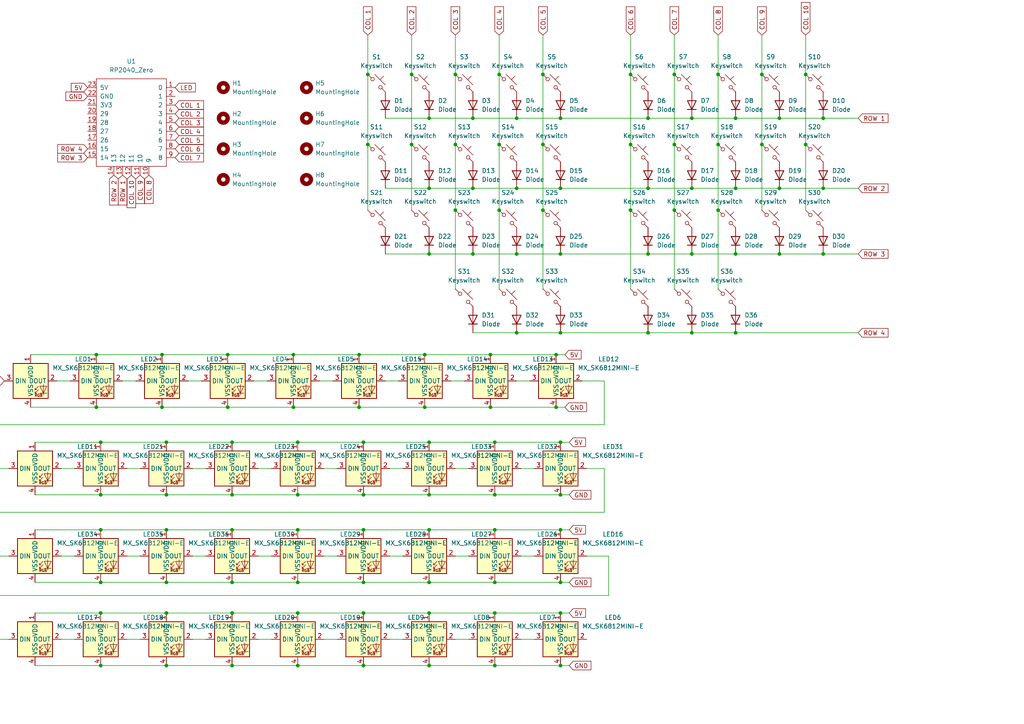
<source format=kicad_sch>
(kicad_sch (version 20231120) (generator "eeschema") (generator_version "8.0")
  (paper "A4")
  (junction (at 149.86 54.61))
  (junction (at 161.29 102.87))
  (junction (at 162.56 177.8))
  (junction (at 142.24 102.87))
  (junction (at 46.99 102.87))
  (junction (at 162.56 73.66))
  (junction (at 157.48 60.96))
  (junction (at 67.31 193.04))
  (junction (at 208.28 21.59))
  (junction (at 124.46 143.51))
  (junction (at 182.88 21.59))
  (junction (at 213.36 96.52))
  (junction (at 233.68 21.59))
  (junction (at 182.88 60.96))
  (junction (at 238.76 34.29))
  (junction (at 48.26 193.04))
  (junction (at 123.19 102.87))
  (junction (at 119.38 41.91))
  (junction (at 144.78 41.91))
  (junction (at 149.86 73.66))
  (junction (at 124.46 193.04))
  (junction (at 67.31 177.8))
  (junction (at 157.48 21.59))
  (junction (at 67.31 128.27))
  (junction (at 48.26 177.8))
  (junction (at 200.66 34.29))
  (junction (at 149.86 34.29))
  (junction (at 67.31 168.91))
  (junction (at 86.36 143.51))
  (junction (at 162.56 54.61))
  (junction (at 124.46 177.8))
  (junction (at 124.46 128.27))
  (junction (at 238.76 54.61))
  (junction (at 124.46 54.61))
  (junction (at 137.16 34.29))
  (junction (at 208.28 41.91))
  (junction (at 162.56 128.27))
  (junction (at 132.08 21.59))
  (junction (at 144.78 21.59))
  (junction (at 124.46 168.91))
  (junction (at 162.56 193.04))
  (junction (at 162.56 34.29))
  (junction (at 105.41 177.8))
  (junction (at 238.76 73.66))
  (junction (at 226.06 73.66))
  (junction (at 29.21 168.91))
  (junction (at 195.58 21.59))
  (junction (at 48.26 153.67))
  (junction (at 66.04 118.11))
  (junction (at 29.21 143.51))
  (junction (at 132.08 41.91))
  (junction (at 86.36 128.27))
  (junction (at 124.46 34.29))
  (junction (at 187.96 34.29))
  (junction (at 124.46 73.66))
  (junction (at 123.19 118.11))
  (junction (at 220.98 21.59))
  (junction (at 137.16 73.66))
  (junction (at 106.68 41.91))
  (junction (at 233.68 41.91))
  (junction (at 208.28 60.96))
  (junction (at 143.51 153.67))
  (junction (at 200.66 73.66))
  (junction (at 213.36 54.61))
  (junction (at 226.06 54.61))
  (junction (at 143.51 143.51))
  (junction (at 187.96 54.61))
  (junction (at 213.36 34.29))
  (junction (at 86.36 177.8))
  (junction (at 105.41 193.04))
  (junction (at 67.31 153.67))
  (junction (at 220.98 41.91))
  (junction (at 200.66 54.61))
  (junction (at 86.36 193.04))
  (junction (at 143.51 168.91))
  (junction (at 27.94 118.11))
  (junction (at 143.51 177.8))
  (junction (at 48.26 143.51))
  (junction (at 29.21 177.8))
  (junction (at 105.41 153.67))
  (junction (at 187.96 73.66))
  (junction (at 48.26 128.27))
  (junction (at 143.51 128.27))
  (junction (at 46.99 118.11))
  (junction (at 182.88 41.91))
  (junction (at 162.56 168.91))
  (junction (at 137.16 54.61))
  (junction (at 124.46 153.67))
  (junction (at 48.26 168.91))
  (junction (at 226.06 34.29))
  (junction (at 195.58 60.96))
  (junction (at 86.36 168.91))
  (junction (at 213.36 73.66))
  (junction (at 144.78 60.96))
  (junction (at 119.38 21.59))
  (junction (at 86.36 153.67))
  (junction (at 187.96 96.52))
  (junction (at 104.14 102.87))
  (junction (at 29.21 153.67))
  (junction (at 67.31 143.51))
  (junction (at 162.56 143.51))
  (junction (at 195.58 41.91))
  (junction (at 29.21 128.27))
  (junction (at 106.68 21.59))
  (junction (at 85.09 102.87))
  (junction (at 85.09 118.11))
  (junction (at 149.86 96.52))
  (junction (at 105.41 168.91))
  (junction (at 66.04 102.87))
  (junction (at 29.21 193.04))
  (junction (at 162.56 96.52))
  (junction (at 105.41 143.51))
  (junction (at 157.48 41.91))
  (junction (at 143.51 193.04))
  (junction (at 200.66 96.52))
  (junction (at 105.41 128.27))
  (junction (at 161.29 118.11))
  (junction (at 132.08 60.96))
  (junction (at 104.14 118.11))
  (junction (at 27.94 102.87))
  (junction (at 162.56 153.67))
  (junction (at 142.24 118.11))
  (wire (pts (xy 106.68 41.91) (xy 106.68 60.96)))
  (wire (pts (xy 36.83 161.29) (xy 40.64 161.29)))
  (wire (pts (xy 157.48 41.91) (xy 157.48 60.96)))
  (wire (pts (xy 17.78 135.89) (xy 21.59 135.89)))
  (wire (pts (xy 55.88 185.42) (xy 59.69 185.42)))
  (wire (pts (xy 144.78 41.91) (xy 144.78 60.96)))
  (wire (pts (xy 187.96 95.25) (xy 187.96 96.52)))
  (wire (pts (xy 105.41 193.04) (xy 124.46 193.04)))
  (wire (pts (xy 10.16 128.27) (xy 29.21 128.27)))
  (wire (pts (xy 105.41 153.67) (xy 124.46 153.67)))
  (wire (pts (xy -1.27 123.19) (xy -1.27 135.89)))
  (wire (pts (xy 151.13 161.29) (xy 154.94 161.29)))
  (wire (pts (xy 233.68 21.59) (xy 233.68 41.91)))
  (wire (pts (xy 182.88 21.59) (xy 182.88 41.91)))
  (wire (pts (xy 162.56 96.52) (xy 187.96 96.52)))
  (wire (pts (xy 86.36 177.8) (xy 105.41 177.8)))
  (wire (pts (xy 35.56 110.49) (xy 39.37 110.49)))
  (wire (pts (xy 48.26 128.27) (xy 67.31 128.27)))
  (wire (pts (xy 162.56 168.91) (xy 165.1 168.91)))
  (wire (pts (xy 195.58 41.91) (xy 195.58 60.96)))
  (wire (pts (xy 124.46 143.51) (xy 143.51 143.51)))
  (wire (pts (xy 213.36 73.66) (xy 226.06 73.66)))
  (wire (pts (xy 17.78 161.29) (xy 21.59 161.29)))
  (wire (pts (xy 10.16 168.91) (xy 29.21 168.91)))
  (wire (pts (xy 162.56 34.29) (xy 187.96 34.29)))
  (wire (pts (xy 16.51 110.49) (xy 20.32 110.49)))
  (wire (pts (xy 119.38 41.91) (xy 119.38 60.96)))
  (wire (pts (xy 220.98 21.59) (xy 220.98 41.91)))
  (wire (pts (xy 93.98 135.89) (xy 97.79 135.89)))
  (wire (pts (xy 175.26 110.49) (xy 175.26 123.19)))
  (wire (pts (xy 187.96 96.52) (xy 200.66 96.52)))
  (wire (pts (xy 66.04 118.11) (xy 85.09 118.11)))
  (wire (pts (xy 48.26 153.67) (xy 67.31 153.67)))
  (wire (pts (xy 113.03 185.42) (xy 116.84 185.42)))
  (wire (pts (xy 105.41 128.27) (xy 124.46 128.27)))
  (wire (pts (xy 187.96 73.66) (xy 200.66 73.66)))
  (wire (pts (xy 111.76 34.29) (xy 124.46 34.29)))
  (wire (pts (xy 86.36 143.51) (xy 105.41 143.51)))
  (wire (pts (xy 132.08 185.42) (xy 135.89 185.42)))
  (wire (pts (xy 86.36 193.04) (xy 105.41 193.04)))
  (wire (pts (xy 74.93 161.29) (xy 78.74 161.29)))
  (wire (pts (xy 29.21 143.51) (xy 48.26 143.51)))
  (wire (pts (xy 48.26 143.51) (xy 67.31 143.51)))
  (wire (pts (xy 162.56 143.51) (xy 165.1 143.51)))
  (wire (pts (xy 175.26 135.89) (xy 175.26 148.59)))
  (wire (pts (xy 137.16 34.29) (xy 149.86 34.29)))
  (wire (pts (xy 93.98 161.29) (xy 97.79 161.29)))
  (wire (pts (xy 55.88 135.89) (xy 59.69 135.89)))
  (wire (pts (xy 142.24 118.11) (xy 161.29 118.11)))
  (wire (pts (xy 175.26 110.49) (xy 168.91 110.49)))
  (wire (pts (xy 195.58 60.96) (xy 195.58 83.82)))
  (wire (pts (xy 8.89 102.87) (xy 27.94 102.87)))
  (wire (pts (xy 123.19 118.11) (xy 142.24 118.11)))
  (wire (pts (xy 36.83 135.89) (xy 40.64 135.89)))
  (wire (pts (xy 55.88 161.29) (xy 59.69 161.29)))
  (wire (pts (xy 74.93 135.89) (xy 78.74 135.89)))
  (wire (pts (xy 176.53 161.29) (xy 176.53 172.72)))
  (wire (pts (xy 85.09 102.87) (xy 104.14 102.87)))
  (wire (pts (xy 104.14 102.87) (xy 123.19 102.87)))
  (wire (pts (xy 46.99 118.11) (xy 66.04 118.11)))
  (wire (pts (xy 36.83 185.42) (xy 40.64 185.42)))
  (wire (pts (xy 238.76 73.66) (xy 248.92 73.66)))
  (wire (pts (xy 67.31 153.67) (xy 86.36 153.67)))
  (wire (pts (xy 132.08 21.59) (xy 132.08 41.91)))
  (wire (pts (xy 132.08 41.91) (xy 132.08 60.96)))
  (wire (pts (xy 124.46 177.8) (xy 143.51 177.8)))
  (wire (pts (xy 124.46 193.04) (xy 143.51 193.04)))
  (wire (pts (xy 106.68 10.16) (xy 106.68 21.59)))
  (wire (pts (xy 238.76 54.61) (xy 248.92 54.61)))
  (wire (pts (xy 162.56 54.61) (xy 187.96 54.61)))
  (wire (pts (xy 93.98 185.42) (xy 97.79 185.42)))
  (wire (pts (xy 29.21 193.04) (xy 48.26 193.04)))
  (wire (pts (xy 74.93 185.42) (xy 78.74 185.42)))
  (wire (pts (xy -1.27 148.59) (xy -1.27 161.29)))
  (wire (pts (xy 208.28 10.16) (xy 208.28 21.59)))
  (wire (pts (xy 29.21 128.27) (xy 48.26 128.27)))
  (wire (pts (xy 67.31 168.91) (xy 86.36 168.91)))
  (wire (pts (xy 195.58 10.16) (xy 195.58 21.59)))
  (wire (pts (xy 123.19 102.87) (xy 142.24 102.87)))
  (wire (pts (xy 213.36 34.29) (xy 226.06 34.29)))
  (wire (pts (xy 161.29 118.11) (xy 163.83 118.11)))
  (wire (pts (xy 182.88 60.96) (xy 182.88 83.82)))
  (wire (pts (xy 200.66 96.52) (xy 213.36 96.52)))
  (wire (pts (xy 137.16 54.61) (xy 149.86 54.61)))
  (wire (pts (xy 143.51 153.67) (xy 162.56 153.67)))
  (wire (pts (xy 124.46 153.67) (xy 143.51 153.67)))
  (wire (pts (xy 67.31 177.8) (xy 86.36 177.8)))
  (wire (pts (xy 10.16 153.67) (xy 29.21 153.67)))
  (wire (pts (xy 67.31 128.27) (xy 86.36 128.27)))
  (wire (pts (xy 233.68 10.16) (xy 233.68 21.59)))
  (wire (pts (xy 104.14 118.11) (xy 123.19 118.11)))
  (wire (pts (xy 124.46 34.29) (xy 137.16 34.29)))
  (wire (pts (xy 176.53 172.72) (xy -1.27 172.72)))
  (wire (pts (xy 86.36 128.27) (xy 105.41 128.27)))
  (wire (pts (xy 238.76 34.29) (xy 248.92 34.29)))
  (wire (pts (xy 132.08 135.89) (xy 135.89 135.89)))
  (wire (pts (xy 111.76 110.49) (xy 115.57 110.49)))
  (wire (pts (xy 213.36 54.61) (xy 226.06 54.61)))
  (wire (pts (xy 124.46 128.27) (xy 143.51 128.27)))
  (wire (pts (xy 226.06 73.66) (xy 238.76 73.66)))
  (wire (pts (xy 170.18 135.89) (xy 175.26 135.89)))
  (wire (pts (xy 170.18 161.29) (xy 176.53 161.29)))
  (wire (pts (xy 54.61 110.49) (xy 58.42 110.49)))
  (wire (pts (xy 157.48 60.96) (xy 157.48 83.82)))
  (wire (pts (xy 200.66 54.61) (xy 213.36 54.61)))
  (wire (pts (xy 10.16 177.8) (xy 29.21 177.8)))
  (wire (pts (xy 175.26 148.59) (xy -1.27 148.59)))
  (wire (pts (xy 200.66 73.66) (xy 213.36 73.66)))
  (wire (pts (xy 149.86 54.61) (xy 162.56 54.61)))
  (wire (pts (xy 105.41 177.8) (xy 124.46 177.8)))
  (wire (pts (xy 119.38 21.59) (xy 119.38 41.91)))
  (wire (pts (xy 85.09 118.11) (xy 104.14 118.11)))
  (wire (pts (xy 226.06 34.29) (xy 238.76 34.29)))
  (wire (pts (xy 8.89 118.11) (xy 27.94 118.11)))
  (wire (pts (xy 187.96 54.61) (xy 200.66 54.61)))
  (wire (pts (xy 124.46 54.61) (xy 137.16 54.61)))
  (wire (pts (xy 175.26 123.19) (xy -1.27 123.19)))
  (wire (pts (xy 48.26 193.04) (xy 67.31 193.04)))
  (wire (pts (xy 124.46 168.91) (xy 143.51 168.91)))
  (wire (pts (xy 124.46 73.66) (xy 137.16 73.66)))
  (wire (pts (xy 162.56 73.66) (xy 187.96 73.66)))
  (wire (pts (xy 113.03 135.89) (xy 116.84 135.89)))
  (wire (pts (xy 195.58 21.59) (xy 195.58 41.91)))
  (wire (pts (xy 106.68 21.59) (xy 106.68 41.91)))
  (wire (pts (xy 182.88 41.91) (xy 182.88 60.96)))
  (wire (pts (xy 187.96 34.29) (xy 200.66 34.29)))
  (wire (pts (xy 143.51 193.04) (xy 162.56 193.04)))
  (wire (pts (xy 220.98 10.16) (xy 220.98 21.59)))
  (wire (pts (xy 29.21 153.67) (xy 48.26 153.67)))
  (wire (pts (xy 111.76 73.66) (xy 124.46 73.66)))
  (wire (pts (xy 10.16 143.51) (xy 29.21 143.51)))
  (wire (pts (xy 105.41 143.51) (xy 124.46 143.51)))
  (wire (pts (xy 143.51 177.8) (xy 162.56 177.8)))
  (wire (pts (xy -1.27 161.29) (xy 2.54 161.29)))
  (wire (pts (xy 157.48 21.59) (xy 157.48 41.91)))
  (wire (pts (xy 162.56 153.67) (xy 165.1 153.67)))
  (wire (pts (xy 143.51 143.51) (xy 162.56 143.51)))
  (wire (pts (xy 149.86 73.66) (xy 162.56 73.66)))
  (wire (pts (xy -1.27 172.72) (xy -1.27 185.42)))
  (wire (pts (xy 151.13 135.89) (xy 154.94 135.89)))
  (wire (pts (xy 151.13 185.42) (xy 154.94 185.42)))
  (wire (pts (xy 111.76 54.61) (xy 124.46 54.61)))
  (wire (pts (xy 162.56 167.64) (xy 162.56 168.91)))
  (wire (pts (xy 162.56 177.8) (xy 165.1 177.8)))
  (wire (pts (xy 144.78 10.16) (xy 144.78 21.59)))
  (wire (pts (xy 137.16 96.52) (xy 149.86 96.52)))
  (wire (pts (xy 182.88 10.16) (xy 182.88 21.59)))
  (wire (pts (xy 132.08 161.29) (xy 135.89 161.29)))
  (wire (pts (xy 67.31 193.04) (xy 86.36 193.04)))
  (wire (pts (xy 144.78 60.96) (xy 144.78 83.82)))
  (wire (pts (xy 46.99 102.87) (xy 66.04 102.87)))
  (wire (pts (xy -1.27 185.42) (xy 2.54 185.42)))
  (wire (pts (xy 208.28 60.96) (xy 208.28 83.82)))
  (wire (pts (xy 66.04 102.87) (xy 85.09 102.87)))
  (wire (pts (xy 208.28 21.59) (xy 208.28 41.91)))
  (wire (pts (xy 144.78 21.59) (xy 144.78 41.91)))
  (wire (pts (xy 143.51 128.27) (xy 162.56 128.27)))
  (wire (pts (xy 161.29 102.87) (xy 163.83 102.87)))
  (wire (pts (xy 29.21 168.91) (xy 48.26 168.91)))
  (wire (pts (xy 105.41 168.91) (xy 124.46 168.91)))
  (wire (pts (xy 67.31 143.51) (xy 86.36 143.51)))
  (wire (pts (xy 233.68 41.91) (xy 233.68 60.96)))
  (wire (pts (xy 208.28 41.91) (xy 208.28 60.96)))
  (wire (pts (xy 86.36 153.67) (xy 105.41 153.67)))
  (wire (pts (xy 226.06 54.61) (xy 238.76 54.61)))
  (wire (pts (xy 162.56 193.04) (xy 165.1 193.04)))
  (wire (pts (xy 132.08 60.96) (xy 132.08 83.82)))
  (wire (pts (xy 149.86 34.29) (xy 162.56 34.29)))
  (wire (pts (xy 200.66 34.29) (xy 213.36 34.29)))
  (wire (pts (xy 143.51 168.91) (xy 162.56 168.91)))
  (wire (pts (xy 162.56 128.27) (xy 165.1 128.27)))
  (wire (pts (xy 27.94 102.87) (xy 46.99 102.87)))
  (wire (pts (xy -1.27 135.89) (xy 2.54 135.89)))
  (wire (pts (xy 149.86 96.52) (xy 162.56 96.52)))
  (wire (pts (xy 132.08 10.16) (xy 132.08 21.59)))
  (wire (pts (xy 73.66 110.49) (xy 77.47 110.49)))
  (wire (pts (xy 113.03 161.29) (xy 116.84 161.29)))
  (wire (pts (xy 220.98 41.91) (xy 220.98 60.96)))
  (wire (pts (xy 157.48 10.16) (xy 157.48 21.59)))
  (wire (pts (xy 48.26 177.8) (xy 67.31 177.8)))
  (wire (pts (xy 27.94 118.11) (xy 46.99 118.11)))
  (wire (pts (xy 119.38 10.16) (xy 119.38 21.59)))
  (wire (pts (xy 48.26 168.91) (xy 67.31 168.91)))
  (wire (pts (xy 86.36 168.91) (xy 105.41 168.91)))
  (wire (pts (xy 17.78 185.42) (xy 21.59 185.42)))
  (wire (pts (xy 10.16 193.04) (xy 29.21 193.04)))
  (wire (pts (xy 29.21 177.8) (xy 48.26 177.8)))
  (wire (pts (xy 149.86 110.49) (xy 153.67 110.49)))
  (wire (pts (xy 92.71 110.49) (xy 96.52 110.49)))
  (wire (pts (xy 137.16 73.66) (xy 149.86 73.66)))
  (wire (pts (xy 142.24 102.87) (xy 161.29 102.87)))
  (wire (pts (xy 130.81 110.49) (xy 134.62 110.49)))
  (wire (pts (xy 213.36 96.52) (xy 248.92 96.52)))
  (global_label "ROW 1" (shape input) (at 248.92 34.29 0) (property "Intersheetrefs" "${INTERSHEET_REFS}" (effects (hide yes))))
  (global_label "COL 10" (shape input) (at 233.68 10.16 90) (property "Intersheetrefs" "${INTERSHEET_REFS}" (effects (hide yes))))
  (global_label "GND" (shape input) (at 165.1 168.91 0) (property "Intersheetrefs" "${INTERSHEET_REFS}" (effects (hide yes))))
  (global_label "5V" (shape input) (at 165.1 177.8 0) (property "Intersheetrefs" "${INTERSHEET_REFS}" (effects (hide yes))))
  (global_label "GND" (shape input) (at 165.1 143.51 0) (property "Intersheetrefs" "${INTERSHEET_REFS}" (effects (hide yes))))
  (global_label "5V" (shape input) (at 165.1 128.27 0) (property "Intersheetrefs" "${INTERSHEET_REFS}" (effects (hide yes))))
  (global_label "COL 6" (shape input) (at 182.88 10.16 90) (property "Intersheetrefs" "${INTERSHEET_REFS}" (effects (hide yes))))
  (global_label "ROW 2" (shape input) (at 33.02 50.8 270) (property "Intersheetrefs" "${INTERSHEET_REFS}" (effects (hide yes))))
  (global_label "LED" (shape input) (at 50.8 25.4 0) (property "Intersheetrefs" "${INTERSHEET_REFS}" (effects (hide yes))))
  (global_label "ROW 4" (shape input) (at 248.92 96.52 0) (property "Intersheetrefs" "${INTERSHEET_REFS}" (effects (hide yes))))
  (global_label "COL 7" (shape input) (at 50.8 45.72 0) (property "Intersheetrefs" "${INTERSHEET_REFS}" (effects (hide yes))))
  (global_label "5V" (shape input) (at 163.83 102.87 0) (property "Intersheetrefs" "${INTERSHEET_REFS}" (effects (hide yes))))
  (global_label "GND" (shape input) (at 25.4 27.94 180) (property "Intersheetrefs" "${INTERSHEET_REFS}" (effects (hide yes))))
  (global_label "COL 6" (shape input) (at 50.8 43.18 0) (property "Intersheetrefs" "${INTERSHEET_REFS}" (effects (hide yes))))
  (global_label "COL 3" (shape input) (at 132.08 10.16 90) (property "Intersheetrefs" "${INTERSHEET_REFS}" (effects (hide yes))))
  (global_label "COL 1" (shape input) (at 50.8 30.48 0) (property "Intersheetrefs" "${INTERSHEET_REFS}" (effects (hide yes))))
  (global_label "COL 5" (shape input) (at 157.48 10.16 90) (property "Intersheetrefs" "${INTERSHEET_REFS}" (effects (hide yes))))
  (global_label "ROW 4" (shape input) (at 25.4 43.18 180) (property "Intersheetrefs" "${INTERSHEET_REFS}" (effects (hide yes))))
  (global_label "COL 1" (shape input) (at 106.68 10.16 90) (property "Intersheetrefs" "${INTERSHEET_REFS}" (effects (hide yes))))
  (global_label "COL 8" (shape input) (at 208.28 10.16 90) (property "Intersheetrefs" "${INTERSHEET_REFS}" (effects (hide yes))))
  (global_label "ROW 1" (shape input) (at 35.56 50.8 270) (property "Intersheetrefs" "${INTERSHEET_REFS}" (effects (hide yes))))
  (global_label "COL 8" (shape input) (at 43.18 50.8 270) (property "Intersheetrefs" "${INTERSHEET_REFS}" (effects (hide yes))))
  (global_label "GND" (shape input) (at 165.1 193.04 0) (property "Intersheetrefs" "${INTERSHEET_REFS}" (effects (hide yes))))
  (global_label "5V" (shape input) (at 165.1 153.67 0) (property "Intersheetrefs" "${INTERSHEET_REFS}" (effects (hide yes))))
  (global_label "COL 10" (shape input) (at 38.1 50.8 270) (property "Intersheetrefs" "${INTERSHEET_REFS}" (effects (hide yes))))
  (global_label "ROW 3" (shape input) (at 248.92 73.66 0) (property "Intersheetrefs" "${INTERSHEET_REFS}" (effects (hide yes))))
  (global_label "COL 3" (shape input) (at 50.8 35.56 0) (property "Intersheetrefs" "${INTERSHEET_REFS}" (effects (hide yes))))
  (global_label "COL 9" (shape input) (at 220.98 10.16 90) (property "Intersheetrefs" "${INTERSHEET_REFS}" (effects (hide yes))))
  (global_label "COL 5" (shape input) (at 50.8 40.64 0) (property "Intersheetrefs" "${INTERSHEET_REFS}" (effects (hide yes))))
  (global_label "5V" (shape input) (at 25.4 25.4 180) (property "Intersheetrefs" "${INTERSHEET_REFS}" (effects (hide yes))))
  (global_label "COL 7" (shape input) (at 195.58 10.16 90) (property "Intersheetrefs" "${INTERSHEET_REFS}" (effects (hide yes))))
  (global_label "COL 2" (shape input) (at 50.8 33.02 0) (property "Intersheetrefs" "${INTERSHEET_REFS}" (effects (hide yes))))
  (global_label "LED" (shape input) (at 1.27 110.49 180) (property "Intersheetrefs" "${INTERSHEET_REFS}" (effects (hide yes))))
  (global_label "ROW 3" (shape input) (at 25.4 45.72 180) (property "Intersheetrefs" "${INTERSHEET_REFS}" (effects (hide yes))))
  (global_label "GND" (shape input) (at 163.83 118.11 0) (property "Intersheetrefs" "${INTERSHEET_REFS}" (effects (hide yes))))
  (global_label "ROW 2" (shape input) (at 248.92 54.61 0) (property "Intersheetrefs" "${INTERSHEET_REFS}" (effects (hide yes))))
  (global_label "COL 4" (shape input) (at 144.78 10.16 90) (property "Intersheetrefs" "${INTERSHEET_REFS}" (effects (hide yes))))
  (global_label "COL 4" (shape input) (at 50.8 38.1 0) (property "Intersheetrefs" "${INTERSHEET_REFS}" (effects (hide yes))))
  (global_label "COL 9" (shape input) (at 40.64 50.8 270) (property "Intersheetrefs" "${INTERSHEET_REFS}" (effects (hide yes))))
  (global_label "COL 2" (shape input) (at 119.38 10.16 90) (property "Intersheetrefs" "${INTERSHEET_REFS}" (effects (hide yes))))
  (symbol (lib_id "PCM_marbastlib-mx:MX_SK6812MINI-E") (at 124.46 161.29 0) (unit 1)
    (property "Reference" "LED27" (at 139.7 154.9714 0))
    (property "Value" "MX_SK6812MINI-E" (at 139.7 157.5114 0))
    (property "Footprint" "PCM_marbastlib-mx:LED_MX_6028R" (effects (hide yes)))
    (property "Description" "Reverse mount adressable LED (WS2812 protocol)" (effects (hide yes)))
  )
  (symbol (lib_id "ScottoKeebs:Placeholder_Keyswitch") (at 121.92 24.13 0) (unit 1)
    (property "Reference" "S2" (at 121.92 16.51 0))
    (property "Value" "Keyswitch" (at 121.92 19.05 0))
    (property "Footprint" "PCM_marbastlib-mx:SW_MX_HS_CPG151101S11_1u" (effects (hide yes)))
  )
  (symbol (lib_id "PCM_marbastlib-mx:MX_SK6812MINI-E") (at 124.46 135.89 0) (unit 1)
    (property "Reference" "LED33" (at 139.7 129.5714 0))
    (property "Value" "MX_SK6812MINI-E" (at 139.7 132.1114 0))
    (property "Footprint" "PCM_marbastlib-mx:LED_MX_6028R" (effects (hide yes)))
    (property "Description" "Reverse mount adressable LED (WS2812 protocol)" (effects (hide yes)))
  )
  (symbol (lib_id "ScottoKeebs:Placeholder_Diode") (at 187.96 30.48 90) (unit 1)
    (property "Reference" "D6" (at 190.5 29.21 90) (effects (justify right)))
    (property "Value" "Diode" (at 190.5 31.75 90) (effects (justify right)))
    (property "Footprint" "ScottoKeebs_Components:Diode_SOD-123" (effects (hide yes)))
    (property "Sim.Device" "D" (effects (hide yes)))
    (property "Sim.Pins" "1=K 2=A" (effects (hide yes)))
  )
  (symbol (lib_id "ScottoKeebs:Placeholder_Diode") (at 200.66 92.71 90) (unit 1)
    (property "Reference" "D35" (at 203.2 91.44 90) (effects (justify right)))
    (property "Value" "Diode" (at 203.2 93.98 90) (effects (justify right)))
    (property "Footprint" "ScottoKeebs_Components:Diode_SOD-123" (effects (hide yes)))
    (property "Sim.Device" "D" (effects (hide yes)))
    (property "Sim.Pins" "1=K 2=A" (effects (hide yes)))
  )
  (symbol (lib_id "ScottoKeebs:Placeholder_Diode") (at 200.66 50.8 90) (unit 1)
    (property "Reference" "D17" (at 203.2 49.53 90) (effects (justify right)))
    (property "Value" "Diode" (at 203.2 52.07 90) (effects (justify right)))
    (property "Footprint" "ScottoKeebs_Components:Diode_SOD-123" (effects (hide yes)))
    (property "Sim.Device" "D" (effects (hide yes)))
    (property "Sim.Pins" "1=K 2=A" (effects (hide yes)))
  )
  (symbol (lib_id "PCM_marbastlib-mx:MX_SK6812MINI-E") (at 143.51 185.42 0) (unit 1)
    (property "Reference" "LED7" (at 158.75 179.1014 0))
    (property "Value" "MX_SK6812MINI-E" (at 158.75 181.6414 0))
    (property "Footprint" "PCM_marbastlib-mx:LED_MX_6028R" (effects (hide yes)))
    (property "Description" "Reverse mount adressable LED (WS2812 protocol)" (effects (hide yes)))
  )
  (symbol (lib_id "PCM_marbastlib-mx:MX_SK6812MINI-E") (at 124.46 185.42 0) (unit 1)
    (property "Reference" "LED8" (at 139.7 179.1014 0))
    (property "Value" "MX_SK6812MINI-E" (at 139.7 181.6414 0))
    (property "Footprint" "PCM_marbastlib-mx:LED_MX_6028R" (effects (hide yes)))
    (property "Description" "Reverse mount adressable LED (WS2812 protocol)" (effects (hide yes)))
  )
  (symbol (lib_id "Mechanical:MountingHole") (at 88.9 34.29 0) (unit 1)
    (property "Reference" "H6" (at 91.44 33.02 0) (effects (justify left)))
    (property "Value" "MountingHole" (at 91.44 35.56 0) (effects (justify left)))
    (property "Footprint" "MountingHole:MountingHole_2.2mm_M2" (effects (hide yes)))
  )
  (symbol (lib_id "ScottoKeebs:Placeholder_Diode") (at 124.46 30.48 90) (unit 1)
    (property "Reference" "D2" (at 127 29.21 90) (effects (justify right)))
    (property "Value" "Diode" (at 127 31.75 90) (effects (justify right)))
    (property "Footprint" "ScottoKeebs_Components:Diode_SOD-123" (effects (hide yes)))
    (property "Sim.Device" "D" (effects (hide yes)))
    (property "Sim.Pins" "1=K 2=A" (effects (hide yes)))
  )
  (symbol (lib_id "PCM_marbastlib-mx:MX_SK6812MINI-E") (at 66.04 110.49 0) (unit 1)
    (property "Reference" "LED4" (at 81.28 104.1714 0))
    (property "Value" "MX_SK6812MINI-E" (at 81.28 106.7114 0))
    (property "Footprint" "PCM_marbastlib-mx:LED_MX_6028R" (effects (hide yes)))
    (property "Description" "Reverse mount adressable LED (WS2812 protocol)" (effects (hide yes)))
  )
  (symbol (lib_id "PCM_marbastlib-mx:MX_SK6812MINI-E") (at 123.19 110.49 0) (unit 1)
    (property "Reference" "LED14" (at 138.43 104.1714 0))
    (property "Value" "MX_SK6812MINI-E" (at 138.43 106.7114 0))
    (property "Footprint" "PCM_marbastlib-mx:LED_MX_6028R" (effects (hide yes)))
    (property "Description" "Reverse mount adressable LED (WS2812 protocol)" (effects (hide yes)))
  )
  (symbol (lib_id "ScottoKeebs:Placeholder_Keyswitch") (at 160.02 44.45 0) (unit 1)
    (property "Reference" "S15" (at 160.02 36.83 0))
    (property "Value" "Keyswitch" (at 160.02 39.37 0))
    (property "Footprint" "PCM_marbastlib-mx:SW_MX_HS_CPG151101S11_1u" (effects (hide yes)))
  )
  (symbol (lib_id "ScottoKeebs:Placeholder_Keyswitch") (at 185.42 86.36 0) (unit 1)
    (property "Reference" "S34" (at 185.42 78.74 0))
    (property "Value" "Keyswitch" (at 185.42 81.28 0))
    (property "Footprint" "PCM_marbastlib-mx:SW_MX_HS_CPG151101S11_1u" (effects (hide yes)))
  )
  (symbol (lib_id "ScottoKeebs:Placeholder_Diode") (at 238.76 69.85 90) (unit 1)
    (property "Reference" "D30" (at 241.3 68.58 90) (effects (justify right)))
    (property "Value" "Diode" (at 241.3 71.12 90) (effects (justify right)))
    (property "Footprint" "ScottoKeebs_Components:Diode_SOD-123" (effects (hide yes)))
    (property "Sim.Device" "D" (effects (hide yes)))
    (property "Sim.Pins" "1=K 2=A" (effects (hide yes)))
  )
  (symbol (lib_id "PCM_marbastlib-mx:MX_SK6812MINI-E") (at 162.56 161.29 0) (unit 1)
    (property "Reference" "LED16" (at 177.8 154.9714 0))
    (property "Value" "MX_SK6812MINI-E" (at 177.8 157.5114 0))
    (property "Footprint" "PCM_marbastlib-mx:LED_MX_6028R" (effects (hide yes)))
    (property "Description" "Reverse mount adressable LED (WS2812 protocol)" (effects (hide yes)))
  )
  (symbol (lib_id "ScottoKeebs:Placeholder_Keyswitch") (at 121.92 44.45 0) (unit 1)
    (property "Reference" "S12" (at 121.92 36.83 0))
    (property "Value" "Keyswitch" (at 121.92 39.37 0))
    (property "Footprint" "PCM_marbastlib-mx:SW_MX_HS_CPG151101S11_1u" (effects (hide yes)))
  )
  (symbol (lib_id "ScottoKeebs:Placeholder_Keyswitch") (at 210.82 44.45 0) (unit 1)
    (property "Reference" "S18" (at 210.82 36.83 0))
    (property "Value" "Keyswitch" (at 210.82 39.37 0))
    (property "Footprint" "PCM_marbastlib-mx:SW_MX_HS_CPG151101S11_1u" (effects (hide yes)))
  )
  (symbol (lib_id "ScottoKeebs:Placeholder_Keyswitch") (at 134.62 44.45 0) (unit 1)
    (property "Reference" "S13" (at 134.62 36.83 0))
    (property "Value" "Keyswitch" (at 134.62 39.37 0))
    (property "Footprint" "PCM_marbastlib-mx:SW_MX_HS_CPG151101S11_1u" (effects (hide yes)))
  )
  (symbol (lib_id "ScottoKeebs:Placeholder_Keyswitch") (at 147.32 86.36 0) (unit 1)
    (property "Reference" "S32" (at 147.32 78.74 0))
    (property "Value" "Keyswitch" (at 147.32 81.28 0))
    (property "Footprint" "PCM_marbastlib-mx:SW_MX_HS_CPG151101S11_1u" (effects (hide yes)))
  )
  (symbol (lib_id "ScottoKeebs:Placeholder_Keyswitch") (at 210.82 63.5 0) (unit 1)
    (property "Reference" "S28" (at 210.82 55.88 0))
    (property "Value" "Keyswitch" (at 210.82 58.42 0))
    (property "Footprint" "PCM_marbastlib-mx:SW_MX_HS_CPG151101S11_1u" (effects (hide yes)))
  )
  (symbol (lib_id "PCM_marbastlib-mx:MX_SK6812MINI-E") (at 105.41 135.89 0) (unit 1)
    (property "Reference" "LED25" (at 120.65 129.5714 0))
    (property "Value" "MX_SK6812MINI-E" (at 120.65 132.1114 0))
    (property "Footprint" "PCM_marbastlib-mx:LED_MX_6028R" (effects (hide yes)))
    (property "Description" "Reverse mount adressable LED (WS2812 protocol)" (effects (hide yes)))
  )
  (symbol (lib_id "ScottoKeebs:Placeholder_Keyswitch") (at 198.12 24.13 0) (unit 1)
    (property "Reference" "S7" (at 198.12 16.51 0))
    (property "Value" "Keyswitch" (at 198.12 19.05 0))
    (property "Footprint" "PCM_marbastlib-mx:SW_MX_HS_CPG151101S11_1u" (effects (hide yes)))
  )
  (symbol (lib_id "ScottoKeebs:Placeholder_Keyswitch") (at 160.02 63.5 0) (unit 1)
    (property "Reference" "S25" (at 160.02 55.88 0))
    (property "Value" "Keyswitch" (at 160.02 58.42 0))
    (property "Footprint" "PCM_marbastlib-mx:SW_MX_HS_CPG151101S11_1u" (effects (hide yes)))
  )
  (symbol (lib_id "PCM_marbastlib-mx:MX_SK6812MINI-E") (at 46.99 110.49 0) (unit 1)
    (property "Reference" "LED3" (at 62.23 104.1714 0))
    (property "Value" "MX_SK6812MINI-E" (at 62.23 106.7114 0))
    (property "Footprint" "PCM_marbastlib-mx:LED_MX_6028R" (effects (hide yes)))
    (property "Description" "Reverse mount adressable LED (WS2812 protocol)" (effects (hide yes)))
  )
  (symbol (lib_id "PCM_marbastlib-mx:MX_SK6812MINI-E") (at 67.31 161.29 0) (unit 1)
    (property "Reference" "LED30" (at 82.55 154.9714 0))
    (property "Value" "MX_SK6812MINI-E" (at 82.55 157.5114 0))
    (property "Footprint" "PCM_marbastlib-mx:LED_MX_6028R" (effects (hide yes)))
    (property "Description" "Reverse mount adressable LED (WS2812 protocol)" (effects (hide yes)))
  )
  (symbol (lib_id "PCM_marbastlib-mx:MX_SK6812MINI-E") (at 104.14 110.49 0) (unit 1)
    (property "Reference" "LED15" (at 119.38 104.1714 0))
    (property "Value" "MX_SK6812MINI-E" (at 119.38 106.7114 0))
    (property "Footprint" "PCM_marbastlib-mx:LED_MX_6028R" (effects (hide yes)))
    (property "Description" "Reverse mount adressable LED (WS2812 protocol)" (effects (hide yes)))
  )
  (symbol (lib_id "ScottoKeebs:Placeholder_Diode") (at 162.56 69.85 90) (unit 1)
    (property "Reference" "D25" (at 165.1 68.58 90) (effects (justify right)))
    (property "Value" "Diode" (at 165.1 71.12 90) (effects (justify right)))
    (property "Footprint" "ScottoKeebs_Components:Diode_SOD-123" (effects (hide yes)))
    (property "Sim.Device" "D" (effects (hide yes)))
    (property "Sim.Pins" "1=K 2=A" (effects (hide yes)))
  )
  (symbol (lib_id "Mechanical:MountingHole") (at 64.77 25.4 0) (unit 1)
    (property "Reference" "H1" (at 67.31 24.13 0) (effects (justify left)))
    (property "Value" "MountingHole" (at 67.31 26.67 0) (effects (justify left)))
    (property "Footprint" "MountingHole:MountingHole_2.2mm_M2" (effects (hide yes)))
  )
  (symbol (lib_id "ScottoKeebs:Placeholder_Diode") (at 213.36 92.71 90) (unit 1)
    (property "Reference" "D36" (at 215.9 91.44 90) (effects (justify right)))
    (property "Value" "Diode" (at 215.9 93.98 90) (effects (justify right)))
    (property "Footprint" "ScottoKeebs_Components:Diode_SOD-123" (effects (hide yes)))
    (property "Sim.Device" "D" (effects (hide yes)))
    (property "Sim.Pins" "1=K 2=A" (effects (hide yes)))
  )
  (symbol (lib_id "ScottoKeebs:Placeholder_Diode") (at 238.76 30.48 90) (unit 1)
    (property "Reference" "D10" (at 241.3 29.21 90) (effects (justify right)))
    (property "Value" "Diode" (at 241.3 31.75 90) (effects (justify right)))
    (property "Footprint" "ScottoKeebs_Components:Diode_SOD-123" (effects (hide yes)))
    (property "Sim.Device" "D" (effects (hide yes)))
    (property "Sim.Pins" "1=K 2=A" (effects (hide yes)))
  )
  (symbol (lib_id "PCM_marbastlib-mx:MX_SK6812MINI-E") (at 105.41 161.29 0) (unit 1)
    (property "Reference" "LED28" (at 120.65 154.9714 0))
    (property "Value" "MX_SK6812MINI-E" (at 120.65 157.5114 0))
    (property "Footprint" "PCM_marbastlib-mx:LED_MX_6028R" (effects (hide yes)))
    (property "Description" "Reverse mount adressable LED (WS2812 protocol)" (effects (hide yes)))
  )
  (symbol (lib_id "ScottoKeebs:Placeholder_Diode") (at 137.16 69.85 90) (unit 1)
    (property "Reference" "D23" (at 139.7 68.58 90) (effects (justify right)))
    (property "Value" "Diode" (at 139.7 71.12 90) (effects (justify right)))
    (property "Footprint" "ScottoKeebs_Components:Diode_SOD-123" (effects (hide yes)))
    (property "Sim.Device" "D" (effects (hide yes)))
    (property "Sim.Pins" "1=K 2=A" (effects (hide yes)))
  )
  (symbol (lib_id "ScottoKeebs:Placeholder_Diode") (at 149.86 69.85 90) (unit 1)
    (property "Reference" "D24" (at 152.4 68.58 90) (effects (justify right)))
    (property "Value" "Diode" (at 152.4 71.12 90) (effects (justify right)))
    (property "Footprint" "ScottoKeebs_Components:Diode_SOD-123" (effects (hide yes)))
    (property "Sim.Device" "D" (effects (hide yes)))
    (property "Sim.Pins" "1=K 2=A" (effects (hide yes)))
  )
  (symbol (lib_id "ScottoKeebs:Placeholder_Diode") (at 137.16 92.71 90) (unit 1)
    (property "Reference" "D31" (at 139.7 91.44 90) (effects (justify right)))
    (property "Value" "Diode" (at 139.7 93.98 90) (effects (justify right)))
    (property "Footprint" "ScottoKeebs_Components:Diode_SOD-123" (effects (hide yes)))
    (property "Sim.Device" "D" (effects (hide yes)))
    (property "Sim.Pins" "1=K 2=A" (effects (hide yes)))
  )
  (symbol (lib_id "ScottoKeebs:Placeholder_Diode") (at 111.76 30.48 90) (unit 1)
    (property "Reference" "D1" (at 114.3 29.21 90) (effects (justify right)))
    (property "Value" "Diode" (at 114.3 31.75 90) (effects (justify right)))
    (property "Footprint" "ScottoKeebs_Components:Diode_SOD-123" (effects (hide yes)))
    (property "Sim.Device" "D" (effects (hide yes)))
    (property "Sim.Pins" "1=K 2=A" (effects (hide yes)))
  )
  (symbol (lib_id "ScottoKeebs:Placeholder_Keyswitch") (at 134.62 63.5 0) (unit 1)
    (property "Reference" "S23" (at 134.62 55.88 0))
    (property "Value" "Keyswitch" (at 134.62 58.42 0))
    (property "Footprint" "PCM_marbastlib-mx:SW_MX_HS_CPG151101S11_1u" (effects (hide yes)))
  )
  (symbol (lib_id "ScottoKeebs:Placeholder_Keyswitch") (at 147.32 63.5 0) (unit 1)
    (property "Reference" "S24" (at 147.32 55.88 0))
    (property "Value" "Keyswitch" (at 147.32 58.42 0))
    (property "Footprint" "PCM_marbastlib-mx:SW_MX_HS_CPG151101S11_1u" (effects (hide yes)))
  )
  (symbol (lib_id "ScottoKeebs:Placeholder_Keyswitch") (at 134.62 86.36 0) (unit 1)
    (property "Reference" "S31" (at 134.62 78.74 0))
    (property "Value" "Keyswitch" (at 134.62 81.28 0))
    (property "Footprint" "PCM_marbastlib-mx:SW_MX_HS_CPG151101S11_1u" (effects (hide yes)))
  )
  (symbol (lib_id "PCM_marbastlib-mx:MX_SK6812MINI-E") (at 105.41 185.42 0) (unit 1)
    (property "Reference" "LED9" (at 120.65 179.1014 0))
    (property "Value" "MX_SK6812MINI-E" (at 120.65 181.6414 0))
    (property "Footprint" "PCM_marbastlib-mx:LED_MX_6028R" (effects (hide yes)))
    (property "Description" "Reverse mount adressable LED (WS2812 protocol)" (effects (hide yes)))
  )
  (symbol (lib_id "ScottoKeebs:Placeholder_Diode") (at 200.66 69.85 90) (unit 1)
    (property "Reference" "D27" (at 203.2 68.58 90) (effects (justify right)))
    (property "Value" "Diode" (at 203.2 71.12 90) (effects (justify right)))
    (property "Footprint" "ScottoKeebs_Components:Diode_SOD-123" (effects (hide yes)))
    (property "Sim.Device" "D" (effects (hide yes)))
    (property "Sim.Pins" "1=K 2=A" (effects (hide yes)))
  )
  (symbol (lib_id "PCM_marbastlib-mx:MX_SK6812MINI-E") (at 67.31 135.89 0) (unit 1)
    (property "Reference" "LED23" (at 82.55 129.5714 0))
    (property "Value" "MX_SK6812MINI-E" (at 82.55 132.1114 0))
    (property "Footprint" "PCM_marbastlib-mx:LED_MX_6028R" (effects (hide yes)))
    (property "Description" "Reverse mount adressable LED (WS2812 protocol)" (effects (hide yes)))
  )
  (symbol (lib_id "ScottoKeebs:Placeholder_Diode") (at 226.06 50.8 90) (unit 1)
    (property "Reference" "D19" (at 228.6 49.53 90) (effects (justify right)))
    (property "Value" "Diode" (at 228.6 52.07 90) (effects (justify right)))
    (property "Footprint" "ScottoKeebs_Components:Diode_SOD-123" (effects (hide yes)))
    (property "Sim.Device" "D" (effects (hide yes)))
    (property "Sim.Pins" "1=K 2=A" (effects (hide yes)))
  )
  (symbol (lib_id "ScottoKeebs:Placeholder_Diode") (at 226.06 30.48 90) (unit 1)
    (property "Reference" "D9" (at 228.6 29.21 90) (effects (justify right)))
    (property "Value" "Diode" (at 228.6 31.75 90) (effects (justify right)))
    (property "Footprint" "ScottoKeebs_Components:Diode_SOD-123" (effects (hide yes)))
    (property "Sim.Device" "D" (effects (hide yes)))
    (property "Sim.Pins" "1=K 2=A" (effects (hide yes)))
  )
  (symbol (lib_id "ScottoKeebs:Placeholder_Keyswitch") (at 109.22 63.5 0) (unit 1)
    (property "Reference" "S21" (at 109.22 55.88 0))
    (property "Value" "Keyswitch" (at 109.22 58.42 0))
    (property "Footprint" "PCM_marbastlib-mx:SW_MX_HS_CPG151101S11_1u" (effects (hide yes)))
  )
  (symbol (lib_id "ScottoKeebs:Placeholder_Keyswitch") (at 236.22 44.45 0) (unit 1)
    (property "Reference" "S20" (at 236.22 36.83 0))
    (property "Value" "Keyswitch" (at 236.22 39.37 0))
    (property "Footprint" "PCM_marbastlib-mx:SW_MX_HS_CPG151101S11_1u" (effects (hide yes)))
  )
  (symbol (lib_id "ScottoKeebs:Placeholder_Keyswitch") (at 109.22 24.13 0) (unit 1)
    (property "Reference" "S1" (at 109.22 16.51 0))
    (property "Value" "Keyswitch" (at 109.22 19.05 0))
    (property "Footprint" "PCM_marbastlib-mx:SW_MX_HS_CPG151101S11_1u" (effects (hide yes)))
  )
  (symbol (lib_id "ScottoKeebs:Placeholder_Diode") (at 213.36 50.8 90) (unit 1)
    (property "Reference" "D18" (at 215.9 49.53 90) (effects (justify right)))
    (property "Value" "Diode" (at 215.9 52.07 90) (effects (justify right)))
    (property "Footprint" "ScottoKeebs_Components:Diode_SOD-123" (effects (hide yes)))
    (property "Sim.Device" "D" (effects (hide yes)))
    (property "Sim.Pins" "1=K 2=A" (effects (hide yes)))
  )
  (symbol (lib_id "ScottoKeebs:Placeholder_Diode") (at 187.96 92.71 90) (unit 1)
    (property "Reference" "D34" (at 190.5 91.44 90) (effects (justify right)))
    (property "Value" "Diode" (at 190.5 93.98 90) (effects (justify right)))
    (property "Footprint" "ScottoKeebs_Components:Diode_SOD-123" (effects (hide yes)))
    (property "Sim.Device" "D" (effects (hide yes)))
    (property "Sim.Pins" "1=K 2=A" (effects (hide yes)))
  )
  (symbol (lib_id "ScottoKeebs:Placeholder_Diode") (at 137.16 50.8 90) (unit 1)
    (property "Reference" "D13" (at 139.7 49.53 90) (effects (justify right)))
    (property "Value" "Diode" (at 139.7 52.07 90) (effects (justify right)))
    (property "Footprint" "ScottoKeebs_Components:Diode_SOD-123" (effects (hide yes)))
    (property "Sim.Device" "D" (effects (hide yes)))
    (property "Sim.Pins" "1=K 2=A" (effects (hide yes)))
  )
  (symbol (lib_id "ScottoKeebs:Placeholder_Keyswitch") (at 236.22 24.13 0) (unit 1)
    (property "Reference" "S10" (at 236.22 16.51 0))
    (property "Value" "Keyswitch" (at 236.22 19.05 0))
    (property "Footprint" "PCM_marbastlib-mx:SW_MX_HS_CPG151101S11_1u" (effects (hide yes)))
  )
  (symbol (lib_id "PCM_marbastlib-mx:MX_SK6812MINI-E") (at 86.36 161.29 0) (unit 1)
    (property "Reference" "LED29" (at 101.6 154.9714 0))
    (property "Value" "MX_SK6812MINI-E" (at 101.6 157.5114 0))
    (property "Footprint" "PCM_marbastlib-mx:LED_MX_6028R" (effects (hide yes)))
    (property "Description" "Reverse mount adressable LED (WS2812 protocol)" (effects (hide yes)))
  )
  (symbol (lib_id "ScottoKeebs:Placeholder_Diode") (at 162.56 92.71 90) (unit 1)
    (property "Reference" "D33" (at 165.1 91.44 90) (effects (justify right)))
    (property "Value" "Diode" (at 165.1 93.98 90) (effects (justify right)))
    (property "Footprint" "ScottoKeebs_Components:Diode_SOD-123" (effects (hide yes)))
    (property "Sim.Device" "D" (effects (hide yes)))
    (property "Sim.Pins" "1=K 2=A" (effects (hide yes)))
  )
  (symbol (lib_id "PCM_marbastlib-mx:MX_SK6812MINI-E") (at 143.51 135.89 0) (unit 1)
    (property "Reference" "LED32" (at 158.75 129.5714 0))
    (property "Value" "MX_SK6812MINI-E" (at 158.75 132.1114 0))
    (property "Footprint" "PCM_marbastlib-mx:LED_MX_6028R" (effects (hide yes)))
    (property "Description" "Reverse mount adressable LED (WS2812 protocol)" (effects (hide yes)))
  )
  (symbol (lib_id "PCM_marbastlib-mx:MX_SK6812MINI-E") (at 29.21 185.42 0) (unit 1)
    (property "Reference" "LED18" (at 44.45 179.1014 0))
    (property "Value" "MX_SK6812MINI-E" (at 44.45 181.6414 0))
    (property "Footprint" "PCM_marbastlib-mx:LED_MX_6028R" (effects (hide yes)))
    (property "Description" "Reverse mount adressable LED (WS2812 protocol)" (effects (hide yes)))
  )
  (symbol (lib_id "ScottoKeebs:Placeholder_Diode") (at 124.46 69.85 90) (unit 1)
    (property "Reference" "D22" (at 127 68.58 90) (effects (justify right)))
    (property "Value" "Diode" (at 127 71.12 90) (effects (justify right)))
    (property "Footprint" "ScottoKeebs_Components:Diode_SOD-123" (effects (hide yes)))
    (property "Sim.Device" "D" (effects (hide yes)))
    (property "Sim.Pins" "1=K 2=A" (effects (hide yes)))
  )
  (symbol (lib_id "Mechanical:MountingHole") (at 88.9 43.18 0) (unit 1)
    (property "Reference" "H7" (at 91.44 41.91 0) (effects (justify left)))
    (property "Value" "MountingHole" (at 91.44 44.45 0) (effects (justify left)))
    (property "Footprint" "MountingHole:MountingHole_2.2mm_M2" (effects (hide yes)))
  )
  (symbol (lib_id "PCM_marbastlib-mx:MX_SK6812MINI-E") (at 142.24 110.49 0) (unit 1)
    (property "Reference" "LED13" (at 157.48 104.1714 0))
    (property "Value" "MX_SK6812MINI-E" (at 157.48 106.7114 0))
    (property "Footprint" "PCM_marbastlib-mx:LED_MX_6028R" (effects (hide yes)))
    (property "Description" "Reverse mount adressable LED (WS2812 protocol)" (effects (hide yes)))
  )
  (symbol (lib_id "ScottoKeebs:Placeholder_Diode") (at 111.76 69.85 90) (unit 1)
    (property "Reference" "D21" (at 114.3 68.58 90) (effects (justify right)))
    (property "Value" "Diode" (at 114.3 71.12 90) (effects (justify right)))
    (property "Footprint" "ScottoKeebs_Components:Diode_SOD-123" (effects (hide yes)))
    (property "Sim.Device" "D" (effects (hide yes)))
    (property "Sim.Pins" "1=K 2=A" (effects (hide yes)))
  )
  (symbol (lib_id "ScottoKeebs:Placeholder_Diode") (at 200.66 30.48 90) (unit 1)
    (property "Reference" "D7" (at 203.2 29.21 90) (effects (justify right)))
    (property "Value" "Diode" (at 203.2 31.75 90) (effects (justify right)))
    (property "Footprint" "ScottoKeebs_Components:Diode_SOD-123" (effects (hide yes)))
    (property "Sim.Device" "D" (effects (hide yes)))
    (property "Sim.Pins" "1=K 2=A" (effects (hide yes)))
  )
  (symbol (lib_id "PCM_marbastlib-mx:MX_SK6812MINI-E") (at 48.26 185.42 0) (unit 1)
    (property "Reference" "LED19" (at 63.5 179.1014 0))
    (property "Value" "MX_SK6812MINI-E" (at 63.5 181.6414 0))
    (property "Footprint" "PCM_marbastlib-mx:LED_MX_6028R" (effects (hide yes)))
    (property "Description" "Reverse mount adressable LED (WS2812 protocol)" (effects (hide yes)))
  )
  (symbol (lib_id "ScottoKeebs:Placeholder_Keyswitch") (at 160.02 86.36 0) (unit 1)
    (property "Reference" "S33" (at 160.02 78.74 0))
    (property "Value" "Keyswitch" (at 160.02 81.28 0))
    (property "Footprint" "PCM_marbastlib-mx:SW_MX_HS_CPG151101S11_1u" (effects (hide yes)))
  )
  (symbol (lib_id "PCM_marbastlib-mx:MX_SK6812MINI-E") (at 8.89 110.49 0) (unit 1)
    (property "Reference" "LED1" (at 24.13 104.1714 0))
    (property "Value" "MX_SK6812MINI-E" (at 24.13 106.7114 0))
    (property "Footprint" "PCM_marbastlib-mx:LED_MX_6028R" (effects (hide yes)))
    (property "Description" "Reverse mount adressable LED (WS2812 protocol)" (effects (hide yes)))
  )
  (symbol (lib_id "PCM_marbastlib-mx:MX_SK6812MINI-E") (at 162.56 185.42 0) (unit 1)
    (property "Reference" "LED6" (at 177.8 179.1014 0))
    (property "Value" "MX_SK6812MINI-E" (at 177.8 181.6414 0))
    (property "Footprint" "PCM_marbastlib-mx:LED_MX_6028R" (effects (hide yes)))
    (property "Description" "Reverse mount adressable LED (WS2812 protocol)" (effects (hide yes)))
  )
  (symbol (lib_id "ScottoKeebs:Placeholder_Diode") (at 149.86 30.48 90) (unit 1)
    (property "Reference" "D4" (at 152.4 29.21 90) (effects (justify right)))
    (property "Value" "Diode" (at 152.4 31.75 90) (effects (justify right)))
    (property "Footprint" "ScottoKeebs_Components:Diode_SOD-123" (effects (hide yes)))
    (property "Sim.Device" "D" (effects (hide yes)))
    (property "Sim.Pins" "1=K 2=A" (effects (hide yes)))
  )
  (symbol (lib_id "PCM_marbastlib-mx:MX_SK6812MINI-E") (at 29.21 161.29 0) (unit 1)
    (property "Reference" "LED35" (at 44.45 154.9714 0))
    (property "Value" "MX_SK6812MINI-E" (at 44.45 157.5114 0))
    (property "Footprint" "PCM_marbastlib-mx:LED_MX_6028R" (effects (hide yes)))
    (property "Description" "Reverse mount adressable LED (WS2812 protocol)" (effects (hide yes)))
  )
  (symbol (lib_id "ScottoKeebs:Placeholder_Keyswitch") (at 198.12 86.36 0) (unit 1)
    (property "Reference" "S35" (at 198.12 78.74 0))
    (property "Value" "Keyswitch" (at 198.12 81.28 0))
    (property "Footprint" "PCM_marbastlib-mx:SW_MX_HS_CPG151101S11_1u" (effects (hide yes)))
  )
  (symbol (lib_id "ScottoKeebs:Placeholder_Keyswitch") (at 223.52 63.5 0) (unit 1)
    (property "Reference" "S29" (at 223.52 55.88 0))
    (property "Value" "Keyswitch" (at 223.52 58.42 0))
    (property "Footprint" "PCM_marbastlib-mx:SW_MX_HS_CPG151101S11_1u" (effects (hide yes)))
  )
  (symbol (lib_id "ScottoKeebs:Placeholder_Keyswitch") (at 121.92 63.5 0) (unit 1)
    (property "Reference" "S22" (at 121.92 55.88 0))
    (property "Value" "Keyswitch" (at 121.92 58.42 0))
    (property "Footprint" "PCM_marbastlib-mx:SW_MX_HS_CPG151101S11_1u" (effects (hide yes)))
  )
  (symbol (lib_id "PCM_marbastlib-mx:MX_SK6812MINI-E") (at 10.16 161.29 0) (unit 1)
    (property "Reference" "LED34" (at 25.4 154.9714 0))
    (property "Value" "MX_SK6812MINI-E" (at 25.4 157.5114 0))
    (property "Footprint" "PCM_marbastlib-mx:LED_MX_6028R" (effects (hide yes)))
    (property "Description" "Reverse mount adressable LED (WS2812 protocol)" (effects (hide yes)))
  )
  (symbol (lib_id "ScottoKeebs:Placeholder_Diode") (at 137.16 30.48 90) (unit 1)
    (property "Reference" "D3" (at 139.7 29.21 90) (effects (justify right)))
    (property "Value" "Diode" (at 139.7 31.75 90) (effects (justify right)))
    (property "Footprint" "ScottoKeebs_Components:Diode_SOD-123" (effects (hide yes)))
    (property "Sim.Device" "D" (effects (hide yes)))
    (property "Sim.Pins" "1=K 2=A" (effects (hide yes)))
  )
  (symbol (lib_id "ScottoKeebs:Placeholder_Keyswitch") (at 147.32 24.13 0) (unit 1)
    (property "Reference" "S4" (at 147.32 16.51 0))
    (property "Value" "Keyswitch" (at 147.32 19.05 0))
    (property "Footprint" "PCM_marbastlib-mx:SW_MX_HS_CPG151101S11_1u" (effects (hide yes)))
  )
  (symbol (lib_id "ScottoKeebs:Placeholder_Keyswitch") (at 210.82 24.13 0) (unit 1)
    (property "Reference" "S8" (at 210.82 16.51 0))
    (property "Value" "Keyswitch" (at 210.82 19.05 0))
    (property "Footprint" "PCM_marbastlib-mx:SW_MX_HS_CPG151101S11_1u" (effects (hide yes)))
  )
  (symbol (lib_id "PCM_marbastlib-mx:MX_SK6812MINI-E") (at 48.26 135.89 0) (unit 1)
    (property "Reference" "LED22" (at 63.5 129.5714 0))
    (property "Value" "MX_SK6812MINI-E" (at 63.5 132.1114 0))
    (property "Footprint" "PCM_marbastlib-mx:LED_MX_6028R" (effects (hide yes)))
    (property "Description" "Reverse mount adressable LED (WS2812 protocol)" (effects (hide yes)))
  )
  (symbol (lib_id "ScottoKeebs:Placeholder_Keyswitch") (at 210.82 86.36 0) (unit 1)
    (property "Reference" "S36" (at 210.82 78.74 0))
    (property "Value" "Keyswitch" (at 210.82 81.28 0))
    (property "Footprint" "PCM_marbastlib-mx:SW_MX_HS_CPG151101S11_1u" (effects (hide yes)))
  )
  (symbol (lib_id "ScottoKeebs:Placeholder_Diode") (at 149.86 92.71 90) (unit 1)
    (property "Reference" "D32" (at 152.4 91.44 90) (effects (justify right)))
    (property "Value" "Diode" (at 152.4 93.98 90) (effects (justify right)))
    (property "Footprint" "ScottoKeebs_Components:Diode_SOD-123" (effects (hide yes)))
    (property "Sim.Device" "D" (effects (hide yes)))
    (property "Sim.Pins" "1=K 2=A" (effects (hide yes)))
  )
  (symbol (lib_id "ScottoKeebs:Placeholder_Keyswitch") (at 236.22 63.5 0) (unit 1)
    (property "Reference" "S30" (at 236.22 55.88 0))
    (property "Value" "Keyswitch" (at 236.22 58.42 0))
    (property "Footprint" "PCM_marbastlib-mx:SW_MX_HS_CPG151101S11_1u" (effects (hide yes)))
  )
  (symbol (lib_id "PCM_marbastlib-mx:MX_SK6812MINI-E") (at 27.94 110.49 0) (unit 1)
    (property "Reference" "LED2" (at 43.18 104.1714 0))
    (property "Value" "MX_SK6812MINI-E" (at 43.18 106.7114 0))
    (property "Footprint" "PCM_marbastlib-mx:LED_MX_6028R" (effects (hide yes)))
    (property "Description" "Reverse mount adressable LED (WS2812 protocol)" (effects (hide yes)))
  )
  (symbol (lib_id "ScottoKeebs:Placeholder_Keyswitch") (at 185.42 63.5 0) (unit 1)
    (property "Reference" "S26" (at 185.42 55.88 0))
    (property "Value" "Keyswitch" (at 185.42 58.42 0))
    (property "Footprint" "PCM_marbastlib-mx:SW_MX_HS_CPG151101S11_1u" (effects (hide yes)))
  )
  (symbol (lib_id "ScottoKeebs:Placeholder_Keyswitch") (at 198.12 63.5 0) (unit 1)
    (property "Reference" "S27" (at 198.12 55.88 0))
    (property "Value" "Keyswitch" (at 198.12 58.42 0))
    (property "Footprint" "PCM_marbastlib-mx:SW_MX_HS_CPG151101S11_1u" (effects (hide yes)))
  )
  (symbol (lib_id "PCM_marbastlib-mx:MX_SK6812MINI-E") (at 48.26 161.29 0) (unit 1)
    (property "Reference" "LED36" (at 63.5 154.9714 0))
    (property "Value" "MX_SK6812MINI-E" (at 63.5 157.5114 0))
    (property "Footprint" "PCM_marbastlib-mx:LED_MX_6028R" (effects (hide yes)))
    (property "Description" "Reverse mount adressable LED (WS2812 protocol)" (effects (hide yes)))
  )
  (symbol (lib_id "ScottoKeebs:Placeholder_Keyswitch") (at 134.62 24.13 0) (unit 1)
    (property "Reference" "S3" (at 134.62 16.51 0))
    (property "Value" "Keyswitch" (at 134.62 19.05 0))
    (property "Footprint" "PCM_marbastlib-mx:SW_MX_HS_CPG151101S11_1u" (effects (hide yes)))
  )
  (symbol (lib_id "ScottoKeebs:Placeholder_Keyswitch") (at 109.22 44.45 0) (unit 1)
    (property "Reference" "S11" (at 109.22 36.83 0))
    (property "Value" "Keyswitch" (at 109.22 39.37 0))
    (property "Footprint" "PCM_marbastlib-mx:SW_MX_HS_CPG151101S11_1u" (effects (hide yes)))
  )
  (symbol (lib_id "ScottoKeebs:Placeholder_Keyswitch") (at 160.02 24.13 0) (unit 1)
    (property "Reference" "S5" (at 160.02 16.51 0))
    (property "Value" "Keyswitch" (at 160.02 19.05 0))
    (property "Footprint" "PCM_marbastlib-mx:SW_MX_HS_CPG151101S11_1u" (effects (hide yes)))
  )
  (symbol (lib_id "PCM_marbastlib-mx:MX_SK6812MINI-E") (at 86.36 185.42 0) (unit 1)
    (property "Reference" "LED10" (at 101.6 179.1014 0))
    (property "Value" "MX_SK6812MINI-E" (at 101.6 181.6414 0))
    (property "Footprint" "PCM_marbastlib-mx:LED_MX_6028R" (effects (hide yes)))
    (property "Description" "Reverse mount adressable LED (WS2812 protocol)" (effects (hide yes)))
  )
  (symbol (lib_id "ScottoKeebs:Placeholder_Keyswitch") (at 223.52 24.13 0) (unit 1)
    (property "Reference" "S9" (at 223.52 16.51 0))
    (property "Value" "Keyswitch" (at 223.52 19.05 0))
    (property "Footprint" "PCM_marbastlib-mx:SW_MX_HS_CPG151101S11_1u" (effects (hide yes)))
  )
  (symbol (lib_id "ScottoKeebs:Placeholder_Keyswitch") (at 185.42 24.13 0) (unit 1)
    (property "Reference" "S6" (at 185.42 16.51 0))
    (property "Value" "Keyswitch" (at 185.42 19.05 0))
    (property "Footprint" "PCM_marbastlib-mx:SW_MX_HS_CPG151101S11_1u" (effects (hide yes)))
  )
  (symbol (lib_id "ScottoKeebs:Placeholder_Diode") (at 149.86 50.8 90) (unit 1)
    (property "Reference" "D14" (at 152.4 49.53 90) (effects (justify right)))
    (property "Value" "Diode" (at 152.4 52.07 90) (effects (justify right)))
    (property "Footprint" "ScottoKeebs_Components:Diode_SOD-123" (effects (hide yes)))
    (property "Sim.Device" "D" (effects (hide yes)))
    (property "Sim.Pins" "1=K 2=A" (effects (hide yes)))
  )
  (symbol (lib_id "Mechanical:MountingHole") (at 88.9 25.4 0) (unit 1)
    (property "Reference" "H5" (at 91.44 24.13 0) (effects (justify left)))
    (property "Value" "MountingHole" (at 91.44 26.67 0) (effects (justify left)))
    (property "Footprint" "MountingHole:MountingHole_2.2mm_M2" (effects (hide yes)))
  )
  (symbol (lib_id "ScottoKeebs:Placeholder_Diode") (at 111.76 50.8 90) (unit 1)
    (property "Reference" "D11" (at 114.3 49.53 90) (effects (justify right)))
    (property "Value" "Diode" (at 114.3 52.07 90) (effects (justify right)))
    (property "Footprint" "ScottoKeebs_Components:Diode_SOD-123" (effects (hide yes)))
    (property "Sim.Device" "D" (effects (hide yes)))
    (property "Sim.Pins" "1=K 2=A" (effects (hide yes)))
  )
  (symbol (lib_id "ScottoKeebs:Placeholder_Diode") (at 187.96 50.8 90) (unit 1)
    (property "Reference" "D16" (at 190.5 49.53 90) (effects (justify right)))
    (property "Value" "Diode" (at 190.5 52.07 90) (effects (justify right)))
    (property "Footprint" "ScottoKeebs_Components:Diode_SOD-123" (effects (hide yes)))
    (property "Sim.Device" "D" (effects (hide yes)))
    (property "Sim.Pins" "1=K 2=A" (effects (hide yes)))
  )
  (symbol (lib_id "ScottoKeebs:Placeholder_Diode") (at 213.36 69.85 90) (unit 1)
    (property "Reference" "D28" (at 215.9 68.58 90) (effects (justify right)))
    (property "Value" "Diode" (at 215.9 71.12 90) (effects (justify right)))
    (property "Footprint" "ScottoKeebs_Components:Diode_SOD-123" (effects (hide yes)))
    (property "Sim.Device" "D" (effects (hide yes)))
    (property "Sim.Pins" "1=K 2=A" (effects (hide yes)))
  )
  (symbol (lib_id "ScottoKeebs:Placeholder_Diode") (at 226.06 69.85 90) (unit 1)
    (property "Reference" "D29" (at 228.6 68.58 90) (effects (justify right)))
    (property "Value" "Diode" (at 228.6 71.12 90) (effects (justify right)))
    (property "Footprint" "ScottoKeebs_Components:Diode_SOD-123" (effects (hide yes)))
    (property "Sim.Device" "D" (effects (hide yes)))
    (property "Sim.Pins" "1=K 2=A" (effects (hide yes)))
  )
  (symbol (lib_id "ScottoKeebs:Placeholder_Diode") (at 162.56 50.8 90) (unit 1)
    (property "Reference" "D15" (at 165.1 49.53 90) (effects (justify right)))
    (property "Value" "Diode" (at 165.1 52.07 90) (effects (justify right)))
    (property "Footprint" "ScottoKeebs_Components:Diode_SOD-123" (effects (hide yes)))
    (property "Sim.Device" "D" (effects (hide yes)))
    (property "Sim.Pins" "1=K 2=A" (effects (hide yes)))
  )
  (symbol (lib_id "ScottoKeebs:Placeholder_Keyswitch") (at 198.12 44.45 0) (unit 1)
    (property "Reference" "S17" (at 198.12 36.83 0))
    (property "Value" "Keyswitch" (at 198.12 39.37 0))
    (property "Footprint" "PCM_marbastlib-mx:SW_MX_HS_CPG151101S11_1u" (effects (hide yes)))
  )
  (symbol (lib_id "PCM_marbastlib-mx:MX_SK6812MINI-E") (at 29.21 135.89 0) (unit 1)
    (property "Reference" "LED21" (at 44.45 129.5714 0))
    (property "Value" "MX_SK6812MINI-E" (at 44.45 132.1114 0))
    (property "Footprint" "PCM_marbastlib-mx:LED_MX_6028R" (effects (hide yes)))
    (property "Description" "Reverse mount adressable LED (WS2812 protocol)" (effects (hide yes)))
  )
  (symbol (lib_id "ScottoKeebs:Placeholder_Diode") (at 187.96 69.85 90) (unit 1)
    (property "Reference" "D26" (at 190.5 68.58 90) (effects (justify right)))
    (property "Value" "Diode" (at 190.5 71.12 90) (effects (justify right)))
    (property "Footprint" "ScottoKeebs_Components:Diode_SOD-123" (effects (hide yes)))
    (property "Sim.Device" "D" (effects (hide yes)))
    (property "Sim.Pins" "1=K 2=A" (effects (hide yes)))
  )
  (symbol (lib_id "PCM_marbastlib-mx:MX_SK6812MINI-E") (at 10.16 135.89 0) (unit 1)
    (property "Reference" "LED11" (at 25.4 129.5714 0))
    (property "Value" "MX_SK6812MINI-E" (at 25.4 132.1114 0))
    (property "Footprint" "PCM_marbastlib-mx:LED_MX_6028R" (effects (hide yes)))
    (property "Description" "Reverse mount adressable LED (WS2812 protocol)" (effects (hide yes)))
  )
  (symbol (lib_id "Mechanical:MountingHole") (at 88.9 52.07 0) (unit 1)
    (property "Reference" "H8" (at 91.44 50.8 0) (effects (justify left)))
    (property "Value" "MountingHole" (at 91.44 53.34 0) (effects (justify left)))
    (property "Footprint" "MountingHole:MountingHole_2.2mm_M2" (effects (hide yes)))
  )
  (symbol (lib_id "PCM_marbastlib-mx:MX_SK6812MINI-E") (at 143.51 161.29 0) (unit 1)
    (property "Reference" "LED26" (at 158.75 154.9714 0))
    (property "Value" "MX_SK6812MINI-E" (at 158.75 157.5114 0))
    (property "Footprint" "PCM_marbastlib-mx:LED_MX_6028R" (effects (hide yes)))
    (property "Description" "Reverse mount adressable LED (WS2812 protocol)" (effects (hide yes)))
  )
  (symbol (lib_id "ScottoKeebs:Placeholder_Diode") (at 162.56 30.48 90) (unit 1)
    (property "Reference" "D5" (at 165.1 29.21 90) (effects (justify right)))
    (property "Value" "Diode" (at 165.1 31.75 90) (effects (justify right)))
    (property "Footprint" "ScottoKeebs_Components:Diode_SOD-123" (effects (hide yes)))
    (property "Sim.Device" "D" (effects (hide yes)))
    (property "Sim.Pins" "1=K 2=A" (effects (hide yes)))
  )
  (symbol (lib_id "PCM_marbastlib-mx:MX_SK6812MINI-E") (at 161.29 110.49 0) (unit 1)
    (property "Reference" "LED12" (at 176.53 104.1714 0))
    (property "Value" "MX_SK6812MINI-E" (at 176.53 106.7114 0))
    (property "Footprint" "PCM_marbastlib-mx:LED_MX_6028R" (effects (hide yes)))
    (property "Description" "Reverse mount adressable LED (WS2812 protocol)" (effects (hide yes)))
  )
  (symbol (lib_id "PCM_marbastlib-mx:MX_SK6812MINI-E") (at 162.56 135.89 0) (unit 1)
    (property "Reference" "LED31" (at 177.8 129.5714 0))
    (property "Value" "MX_SK6812MINI-E" (at 177.8 132.1114 0))
    (property "Footprint" "PCM_marbastlib-mx:LED_MX_6028R" (effects (hide yes)))
    (property "Description" "Reverse mount adressable LED (WS2812 protocol)" (effects (hide yes)))
  )
  (symbol (lib_id "ScottoKeebs:Placeholder_Diode") (at 238.76 50.8 90) (unit 1)
    (property "Reference" "D20" (at 241.3 49.53 90) (effects (justify right)))
    (property "Value" "Diode" (at 241.3 52.07 90) (effects (justify right)))
    (property "Footprint" "ScottoKeebs_Components:Diode_SOD-123" (effects (hide yes)))
    (property "Sim.Device" "D" (effects (hide yes)))
    (property "Sim.Pins" "1=K 2=A" (effects (hide yes)))
  )
  (symbol (lib_id "ScottoKeebs:Placeholder_Keyswitch") (at 185.42 44.45 0) (unit 1)
    (property "Reference" "S16" (at 185.42 36.83 0))
    (property "Value" "Keyswitch" (at 185.42 39.37 0))
    (property "Footprint" "PCM_marbastlib-mx:SW_MX_HS_CPG151101S11_1u" (effects (hide yes)))
  )
  (symbol (lib_id "ScottoKeebs:Placeholder_Keyswitch") (at 223.52 44.45 0) (unit 1)
    (property "Reference" "S19" (at 223.52 36.83 0))
    (property "Value" "Keyswitch" (at 223.52 39.37 0))
    (property "Footprint" "PCM_marbastlib-mx:SW_MX_HS_CPG151101S11_1u" (effects (hide yes)))
  )
  (symbol (lib_id "Mechanical:MountingHole") (at 64.77 34.29 0) (unit 1)
    (property "Reference" "H2" (at 67.31 33.02 0) (effects (justify left)))
    (property "Value" "MountingHole" (at 67.31 35.56 0) (effects (justify left)))
    (property "Footprint" "MountingHole:MountingHole_2.2mm_M2" (effects (hide yes)))
  )
  (symbol (lib_id "Mechanical:MountingHole") (at 64.77 52.07 0) (unit 1)
    (property "Reference" "H4" (at 67.31 50.8 0) (effects (justify left)))
    (property "Value" "MountingHole" (at 67.31 53.34 0) (effects (justify left)))
    (property "Footprint" "MountingHole:MountingHole_2.2mm_M2" (effects (hide yes)))
  )
  (symbol (lib_id "PCM_marbastlib-mx:MX_SK6812MINI-E") (at 10.16 185.42 0) (unit 1)
    (property "Reference" "LED17" (at 25.4 179.1014 0))
    (property "Value" "MX_SK6812MINI-E" (at 25.4 181.6414 0))
    (property "Footprint" "PCM_marbastlib-mx:LED_MX_6028R" (effects (hide yes)))
    (property "Description" "Reverse mount adressable LED (WS2812 protocol)" (effects (hide yes)))
  )
  (symbol (lib_id "ScottoKeebs:Placeholder_Keyswitch") (at 147.32 44.45 0) (unit 1)
    (property "Reference" "S14" (at 147.32 36.83 0))
    (property "Value" "Keyswitch" (at 147.32 39.37 0))
    (property "Footprint" "PCM_marbastlib-mx:SW_MX_HS_CPG151101S11_1u" (effects (hide yes)))
  )
  (symbol (lib_id "ScottoKeebs:MCU_RP2040_Zero") (at 38.1 34.29 0) (unit 1)
    (property "Reference" "U1" (at 38.1 17.78 0))
    (property "Value" "RP2040_Zero" (at 38.1 20.32 0))
    (property "Footprint" "ScottoKeebs_MCU:RP2040_Zero_holes" (effects (hide yes)))
  )
  (symbol (lib_id "PCM_marbastlib-mx:MX_SK6812MINI-E") (at 85.09 110.49 0) (unit 1)
    (property "Reference" "LED5" (at 100.33 104.1714 0))
    (property "Value" "MX_SK6812MINI-E" (at 100.33 106.7114 0))
    (property "Footprint" "PCM_marbastlib-mx:LED_MX_6028R" (effects (hide yes)))
    (property "Description" "Reverse mount adressable LED (WS2812 protocol)" (effects (hide yes)))
  )
  (symbol (lib_id "ScottoKeebs:Placeholder_Diode") (at 213.36 30.48 90) (unit 1)
    (property "Reference" "D8" (at 215.9 29.21 90) (effects (justify right)))
    (property "Value" "Diode" (at 215.9 31.75 90) (effects (justify right)))
    (property "Footprint" "ScottoKeebs_Components:Diode_SOD-123" (effects (hide yes)))
    (property "Sim.Device" "D" (effects (hide yes)))
    (property "Sim.Pins" "1=K 2=A" (effects (hide yes)))
  )
  (symbol (lib_id "Mechanical:MountingHole") (at 64.77 43.18 0) (unit 1)
    (property "Reference" "H3" (at 67.31 41.91 0) (effects (justify left)))
    (property "Value" "MountingHole" (at 67.31 44.45 0) (effects (justify left)))
    (property "Footprint" "MountingHole:MountingHole_2.2mm_M2" (effects (hide yes)))
  )
  (symbol (lib_id "PCM_marbastlib-mx:MX_SK6812MINI-E") (at 67.31 185.42 0) (unit 1)
    (property "Reference" "LED20" (at 82.55 179.1014 0))
    (property "Value" "MX_SK6812MINI-E" (at 82.55 181.6414 0))
    (property "Footprint" "PCM_marbastlib-mx:LED_MX_6028R" (effects (hide yes)))
    (property "Description" "Reverse mount adressable LED (WS2812 protocol)" (effects (hide yes)))
  )
  (symbol (lib_id "ScottoKeebs:Placeholder_Diode") (at 124.46 50.8 90) (unit 1)
    (property "Reference" "D12" (at 127 49.53 90) (effects (justify right)))
    (property "Value" "Diode" (at 127 52.07 90) (effects (justify right)))
    (property "Footprint" "ScottoKeebs_Components:Diode_SOD-123" (effects (hide yes)))
    (property "Sim.Device" "D" (effects (hide yes)))
    (property "Sim.Pins" "1=K 2=A" (effects (hide yes)))
  )
  (symbol (lib_id "PCM_marbastlib-mx:MX_SK6812MINI-E") (at 86.36 135.89 0) (unit 1)
    (property "Reference" "LED24" (at 101.6 129.5714 0))
    (property "Value" "MX_SK6812MINI-E" (at 101.6 132.1114 0))
    (property "Footprint" "PCM_marbastlib-mx:LED_MX_6028R" (effects (hide yes)))
    (property "Description" "Reverse mount adressable LED (WS2812 protocol)" (effects (hide yes)))
  )
)
</source>
